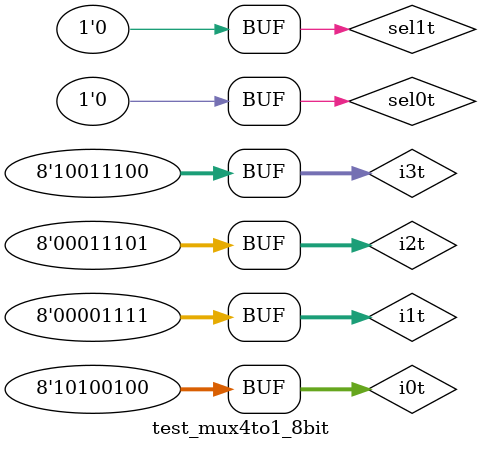
<source format=v>

module mux4to1(sel1, sel0, i0, i1, i2, i3 , f);
  input sel1, sel0, i0, i1, i2, i3;
  output f;
  wire w1, w2, w3, w4, nsel1, nsel0;
  not(nsel1, sel1);
  not(nsel0, sel0);
  
  and(w1, nsel1, nsel0, i0);
  and(w2, nsel1, sel0, i1);
  and(w3, sel1, nsel0, i2);
  and(w4, sel1, sel0, i3);
  
  or(f, w1, w2, w3, w4);
  
endmodule

module mux4to1_8bit(sel1, sel0, i0, i1, i2, i3 , f);
  input sel1, sel0;
  input [7:0]i3, i2, i1, i0;
  output [7:0]f;

  mux4to1 mux1(.sel1(sel1), .sel0(sel0), .i0(i0[0]), .i1(i1[0]), .i2(i2[0]), .i3(i3[0]), .f(f[0]));
  mux4to1 mux2(.sel1(sel1), .sel0(sel0), .i0(i0[1]), .i1(i1[1]), .i2(i2[1]), .i3(i3[1]), .f(f[1]));
  mux4to1 mux3(.sel1(sel1), .sel0(sel0), .i0(i0[2]), .i1(i1[2]), .i2(i2[2]), .i3(i3[2]), .f(f[2]));
  mux4to1 mux4(.sel1(sel1), .sel0(sel0), .i0(i0[3]), .i1(i1[3]), .i2(i2[3]), .i3(i3[3]), .f(f[3]));
  mux4to1 mux5(.sel1(sel1), .sel0(sel0), .i0(i0[4]), .i1(i1[4]), .i2(i2[4]), .i3(i3[4]), .f(f[4]));
  mux4to1 mux6(.sel1(sel1), .sel0(sel0), .i0(i0[5]), .i1(i1[5]), .i2(i2[5]), .i3(i3[5]), .f(f[5]));
  mux4to1 mux7(.sel1(sel1), .sel0(sel0), .i0(i0[6]), .i1(i1[6]), .i2(i2[6]), .i3(i3[6]), .f(f[6]));
  mux4to1 mux8(.sel1(sel1), .sel0(sel0), .i0(i0[7]), .i1(i1[7]), .i2(i2[7]), .i3(i3[7]), .f(f[7]));

endmodule

module test_mux4to1_8bit;
  reg [7:0]i0t, i1t, i2t, i3t;
  reg sel1t, sel0t;
  wire [7:0]q;
  mux4to1_8bit mux(.sel1(sel1t), .sel0(sel0t), .i0(i0t), .i1(i1t), .i2(i2t), .i3(i3t), .f(q));
  initial begin
    $monitor("sel1=%b, sel0=%b, i0=%b, i1=%b, i2=%b, i3=%b => f=%b", sel1t, sel0t, i0t, i1t, i2t, i3t, q);
    sel1t=1'b0; sel0t=1'b0; i0t=8'b10100100; i1t=8'b00001111; i2t=8'b00011101; i3t=8'b10011100;    
  end
endmodule
      
</source>
